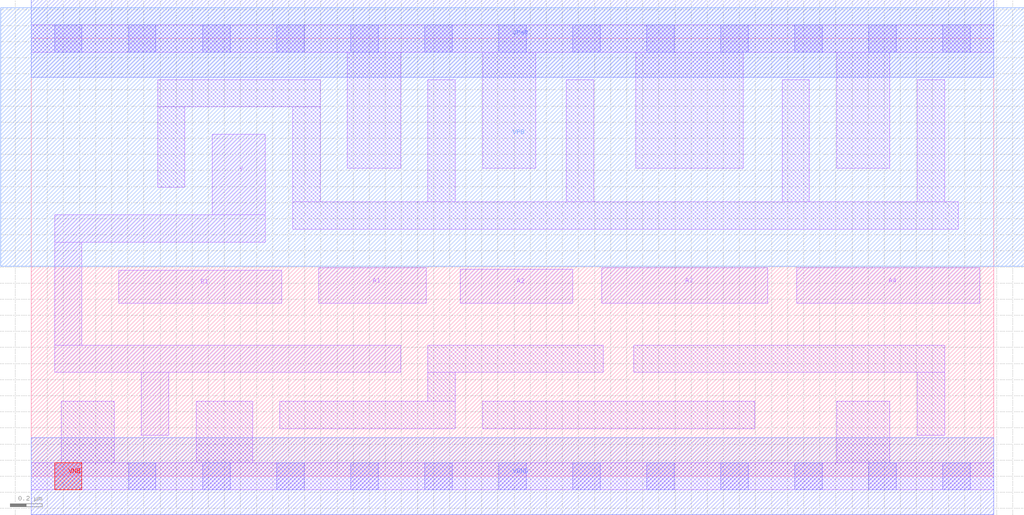
<source format=lef>
# Copyright 2020 The SkyWater PDK Authors
#
# Licensed under the Apache License, Version 2.0 (the "License");
# you may not use this file except in compliance with the License.
# You may obtain a copy of the License at
#
#     https://www.apache.org/licenses/LICENSE-2.0
#
# Unless required by applicable law or agreed to in writing, software
# distributed under the License is distributed on an "AS IS" BASIS,
# WITHOUT WARRANTIES OR CONDITIONS OF ANY KIND, either express or implied.
# See the License for the specific language governing permissions and
# limitations under the License.
#
# SPDX-License-Identifier: Apache-2.0

VERSION 5.7 ;
  NOWIREEXTENSIONATPIN ON ;
  DIVIDERCHAR "/" ;
  BUSBITCHARS "[]" ;
MACRO sky130_fd_sc_hd__a41oi_2
  CLASS CORE ;
  FOREIGN sky130_fd_sc_hd__a41oi_2 ;
  ORIGIN  0.000000  0.000000 ;
  SIZE  5.980000 BY  2.720000 ;
  SYMMETRY X Y R90 ;
  SITE unithd ;
  PIN A1
    ANTENNAGATEAREA  0.495000 ;
    DIRECTION INPUT ;
    USE SIGNAL ;
    PORT
      LAYER li1 ;
        RECT 1.785000 1.075000 2.455000 1.295000 ;
    END
  END A1
  PIN A2
    ANTENNAGATEAREA  0.495000 ;
    DIRECTION INPUT ;
    USE SIGNAL ;
    PORT
      LAYER li1 ;
        RECT 2.665000 1.075000 3.365000 1.285000 ;
    END
  END A2
  PIN A3
    ANTENNAGATEAREA  0.495000 ;
    DIRECTION INPUT ;
    USE SIGNAL ;
    PORT
      LAYER li1 ;
        RECT 3.545000 1.075000 4.575000 1.295000 ;
    END
  END A3
  PIN A4
    ANTENNAGATEAREA  0.495000 ;
    DIRECTION INPUT ;
    USE SIGNAL ;
    PORT
      LAYER li1 ;
        RECT 4.755000 1.075000 5.895000 1.295000 ;
    END
  END A4
  PIN B1
    ANTENNAGATEAREA  0.495000 ;
    DIRECTION INPUT ;
    USE SIGNAL ;
    PORT
      LAYER li1 ;
        RECT 0.545000 1.075000 1.555000 1.280000 ;
    END
  END B1
  PIN Y
    ANTENNADIFFAREA  0.621000 ;
    DIRECTION OUTPUT ;
    USE SIGNAL ;
    PORT
      LAYER li1 ;
        RECT 0.145000 0.645000 2.295000 0.815000 ;
        RECT 0.145000 0.815000 0.315000 1.455000 ;
        RECT 0.145000 1.455000 1.455000 1.625000 ;
        RECT 0.685000 0.255000 0.855000 0.645000 ;
        RECT 1.125000 1.625000 1.455000 2.125000 ;
    END
  END Y
  PIN VGND
    DIRECTION INOUT ;
    SHAPE ABUTMENT ;
    USE GROUND ;
    PORT
      LAYER met1 ;
        RECT 0.000000 -0.240000 5.980000 0.240000 ;
    END
  END VGND
  PIN VNB
    DIRECTION INOUT ;
    USE GROUND ;
    PORT
      LAYER pwell ;
        RECT 0.145000 -0.085000 0.315000 0.085000 ;
    END
  END VNB
  PIN VPB
    DIRECTION INOUT ;
    USE POWER ;
    PORT
      LAYER nwell ;
        RECT -0.190000 1.305000 6.170000 2.910000 ;
    END
  END VPB
  PIN VPWR
    DIRECTION INOUT ;
    SHAPE ABUTMENT ;
    USE POWER ;
    PORT
      LAYER met1 ;
        RECT 0.000000 2.480000 5.980000 2.960000 ;
    END
  END VPWR
  OBS
    LAYER li1 ;
      RECT 0.000000 -0.085000 5.980000 0.085000 ;
      RECT 0.000000  2.635000 5.980000 2.805000 ;
      RECT 0.185000  0.085000 0.515000 0.465000 ;
      RECT 0.785000  1.795000 0.955000 2.295000 ;
      RECT 0.785000  2.295000 1.795000 2.465000 ;
      RECT 1.025000  0.085000 1.375000 0.465000 ;
      RECT 1.545000  0.295000 2.635000 0.465000 ;
      RECT 1.625000  1.535000 5.760000 1.705000 ;
      RECT 1.625000  1.705000 1.795000 2.295000 ;
      RECT 1.965000  1.915000 2.295000 2.635000 ;
      RECT 2.465000  0.465000 2.635000 0.645000 ;
      RECT 2.465000  0.645000 3.555000 0.815000 ;
      RECT 2.465000  1.705000 2.635000 2.465000 ;
      RECT 2.805000  0.295000 4.495000 0.465000 ;
      RECT 2.805000  1.915000 3.135000 2.635000 ;
      RECT 3.325000  1.705000 3.495000 2.465000 ;
      RECT 3.745000  0.645000 5.675000 0.815000 ;
      RECT 3.755000  1.915000 4.425000 2.635000 ;
      RECT 4.665000  1.705000 4.835000 2.465000 ;
      RECT 5.005000  0.085000 5.335000 0.465000 ;
      RECT 5.005000  1.915000 5.335000 2.635000 ;
      RECT 5.505000  0.255000 5.675000 0.645000 ;
      RECT 5.505000  1.705000 5.675000 2.465000 ;
    LAYER mcon ;
      RECT 0.145000 -0.085000 0.315000 0.085000 ;
      RECT 0.145000  2.635000 0.315000 2.805000 ;
      RECT 0.605000 -0.085000 0.775000 0.085000 ;
      RECT 0.605000  2.635000 0.775000 2.805000 ;
      RECT 1.065000 -0.085000 1.235000 0.085000 ;
      RECT 1.065000  2.635000 1.235000 2.805000 ;
      RECT 1.525000 -0.085000 1.695000 0.085000 ;
      RECT 1.525000  2.635000 1.695000 2.805000 ;
      RECT 1.985000 -0.085000 2.155000 0.085000 ;
      RECT 1.985000  2.635000 2.155000 2.805000 ;
      RECT 2.445000 -0.085000 2.615000 0.085000 ;
      RECT 2.445000  2.635000 2.615000 2.805000 ;
      RECT 2.905000 -0.085000 3.075000 0.085000 ;
      RECT 2.905000  2.635000 3.075000 2.805000 ;
      RECT 3.365000 -0.085000 3.535000 0.085000 ;
      RECT 3.365000  2.635000 3.535000 2.805000 ;
      RECT 3.825000 -0.085000 3.995000 0.085000 ;
      RECT 3.825000  2.635000 3.995000 2.805000 ;
      RECT 4.285000 -0.085000 4.455000 0.085000 ;
      RECT 4.285000  2.635000 4.455000 2.805000 ;
      RECT 4.745000 -0.085000 4.915000 0.085000 ;
      RECT 4.745000  2.635000 4.915000 2.805000 ;
      RECT 5.205000 -0.085000 5.375000 0.085000 ;
      RECT 5.205000  2.635000 5.375000 2.805000 ;
      RECT 5.665000 -0.085000 5.835000 0.085000 ;
      RECT 5.665000  2.635000 5.835000 2.805000 ;
  END
END sky130_fd_sc_hd__a41oi_2
END LIBRARY

</source>
